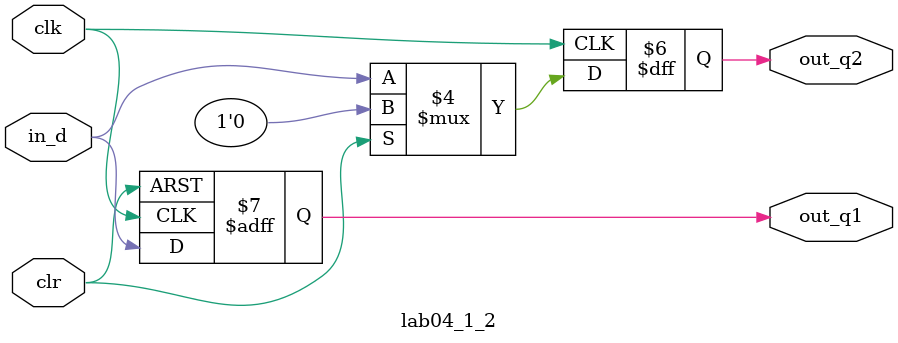
<source format=v>
/*module lab04_1_2(clk,D,R,S,en,Q1,QT1,Q2,QT2);
input D,R,S,en,clk;
output reg Q1,Q2;
output QT1,QT2;
always @(posedge clk)//D触发器设计
begin
	if(en)  Q1 <= D;
	else Q1 <= Q1;
end
always @(posedge clk)//RS触发器设计
begin
	if(en)
	begin
		case({R,S})
		2'b00:Q2 <= Q2;
		2'b01:Q2 <= 1;
		2'b10:Q2 <= 0;
		2'b11:Q2 <= 1'bx;
		endcase
	end
	else Q2 <= Q2;
end
assign QT1 = ~Q1;
assign QT2 = ~Q2;
endmodule*/
module lab04_1_2(clk,in_d,out_q1,out_q2,clr);
	input clk;
	input in_d;
	input clr;
	output reg out_q1,out_q2;
	always@(posedge clk or posedge clr)
	begin
		if(clr)
			out_q1 <= 0;
		else
			out_q1 <= in_d;
	end
	always@(negedge clk)
	begin
		if(clr)
			out_q2 <= 0;
		else
			out_q2 <= in_d;
	end
endmodule



</source>
